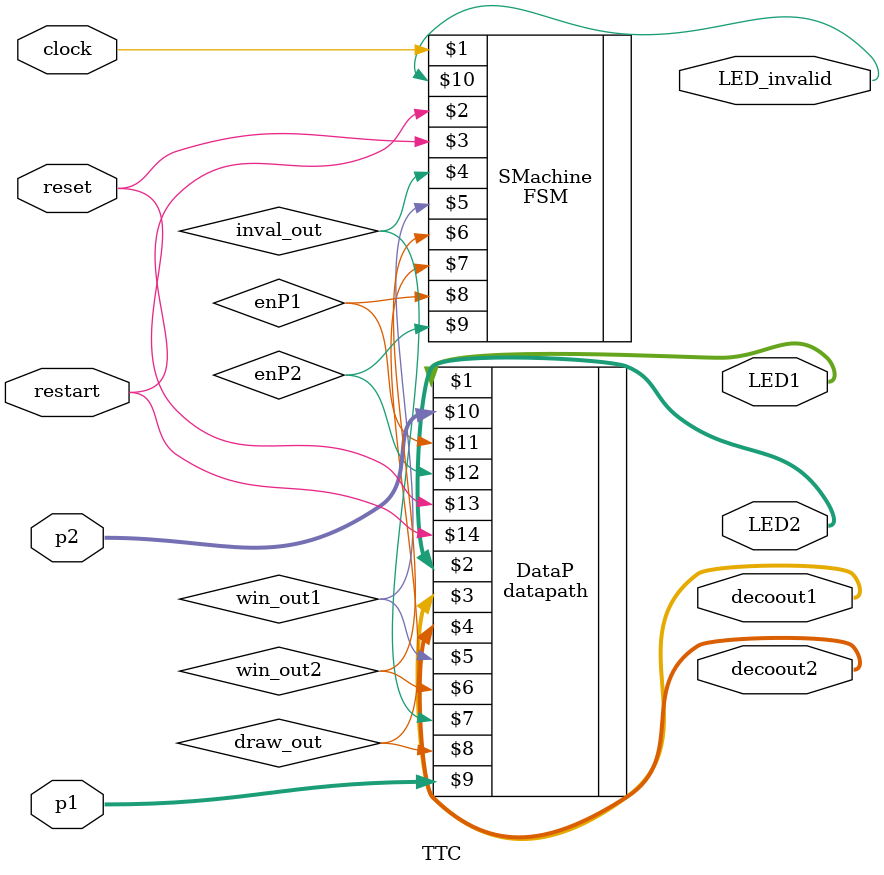
<source format=v>
module TTC(LED1, LED2, decoout1, decoout2, LED_invalid, p1, p2, restart, reset, clock);
input [0:8] p1, p2;
input restart, reset, clock;
output [0:8] LED1, LED2; 
output [0:6] decoout1, decoout2;
output LED_invalid;
wire win_out1, win_out2, inval_out, draw_out, enP1, enP2;

datapath DataP (LED1, LED2, decoout1, decoout2, win_out1, win_out2, inval_out, draw_out, p1, p2, enP1, enP2, reset, restart);
FSM SMachine (clock, restart, reset, inval_out, win_out1, win_out2, draw_out, enP1, enP2, LED_invalid);
 
endmodule

</source>
